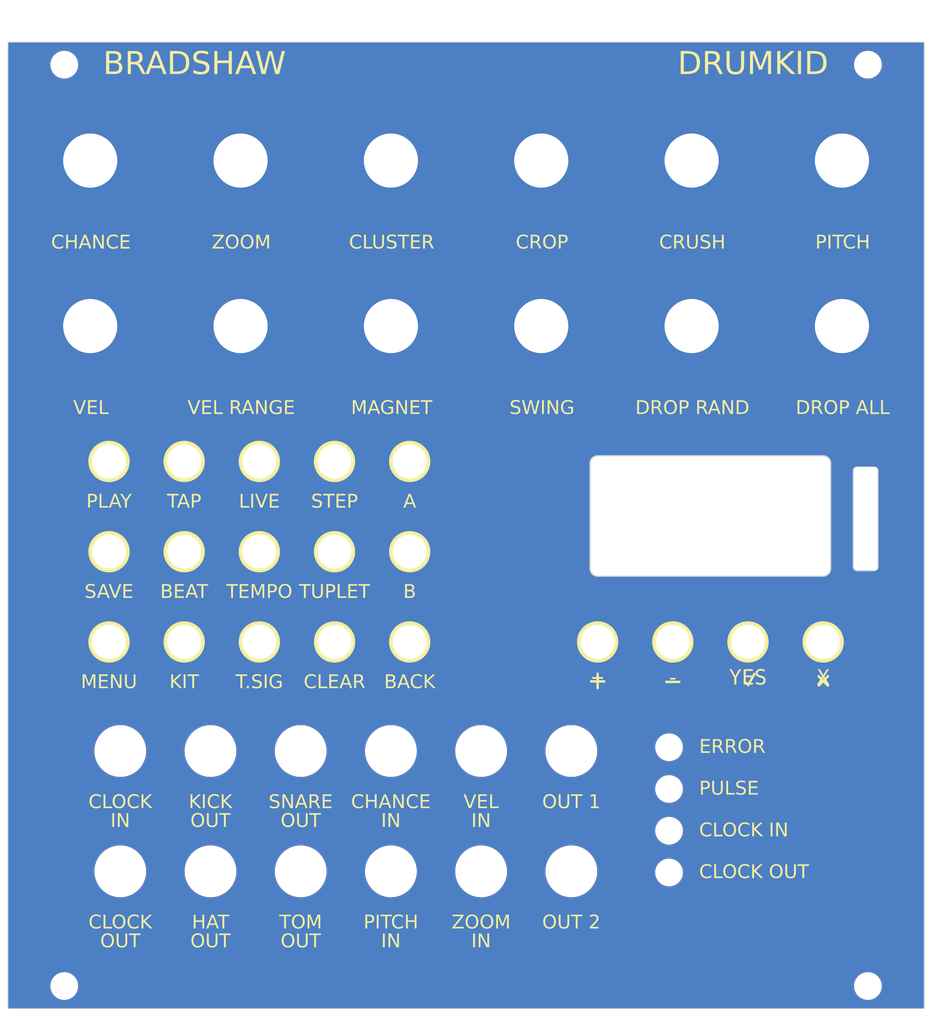
<source format=kicad_pcb>
(kicad_pcb (version 20241229) (generator "pcbnew") (generator_version "9.0")
  (layers (0 "F.Cu" signal) (2 "B.Cu" signal) (13 "F.Paste" user) (15 "B.Paste" user) (5 "F.SilkS" user "F.Silkscreen") (7 "B.SilkS" user "B.Silkscreen") (1 "F.Mask" user) (3 "B.Mask" user) (25 "Edge.Cuts" user))
  (net 0 "")
  (footprint "Panel:Button_Hole" (layer "F.Cu") (at 157.5 109.5)
    (property "Reference" "H37")
    (property "Value" "-")
    (fp_circle (center 0 0) (end 2.5 0) (stroke (width 0.5)) (fill no) (layer "F.SilkS"))
    (fp_text user "${VALUE}" (at 0 6 0) (layer "F.SilkS") (effects (font (size 2 2)) (justify bottom)))
    (pad "" np_thru_hole circle (at 0 0) (size 3.2 3.2) (drill 3.2) (layers "*.Cu" "*.Mask"))
  )
  (footprint "Panel:MountingHole_3.2mm_M3" (layer "F.Cu") (at 183.45 155.25)
    (property "Reference" "H4")
    (property "Value" "RAIL")
    (pad "" np_thru_hole circle (at 0 0) (size 3.2 3.2) (drill 3.2) (layers "*.Cu" "*.Mask"))
  )
  (footprint "Panel:Output_Jack_Hole" (layer "F.Cu") (at 144 124)
    (property "Reference" "H14")
    (property "Value" "OUT 1")
    (fp_text user "${VALUE}" (at 0 7.9 0) (layer "F.SilkS") (effects (font (size 1.8 1.8)) (justify bottom)))
    (pad "" np_thru_hole circle (at 0 0) (size 6.4 6.4) (drill 6.4) (layers "*.Cu" "*.Mask"))
  )
  (footprint "Panel:Button_Hole" (layer "F.Cu") (at 122.5 109.5)
    (property "Reference" "H35")
    (property "Value" "BACK")
    (fp_circle (center 0 0) (end 2.5 0) (stroke (width 0.5)) (fill no) (layer "F.SilkS"))
    (fp_text user "${VALUE}" (at 0 6.45 0) (layer "F.SilkS") (effects (font (size 1.8 1.8)) (justify bottom)))
    (pad "" np_thru_hole circle (at 0 0) (size 3.2 3.2) (drill 3.2) (layers "*.Cu" "*.Mask"))
  )
  (footprint "Panel:Pot_Hole" (layer "F.Cu") (at 180 45.5)
    (property "Reference" "H45")
    (property "Value" "PITCH")
    (fp_text user "${VALUE}" (at 0.1 12 0) (layer "F.SilkS") (effects (font (size 1.8 1.8)) (justify bottom)))
    (pad "" np_thru_hole circle (at 0 0) (size 7.2 7.2) (drill 7.2) (layers "*.Cu" "*.Mask"))
  )
  (footprint "Panel:Pot_Hole" (layer "F.Cu") (at 100 45.5)
    (property "Reference" "H41")
    (property "Value" "ZOOM")
    (fp_text user "${VALUE}" (at 0.1 12 0) (layer "F.SilkS") (effects (font (size 1.8 1.8)) (justify bottom)))
    (pad "" np_thru_hole circle (at 0 0) (size 7.2 7.2) (drill 7.2) (layers "*.Cu" "*.Mask"))
  )
  (footprint "Panel:Input_Jack_Hole" (layer "F.Cu") (at 120 124)
    (property "Reference" "H12")
    (property "Value" "CHANCE")
    (fp_text user "${VALUE}" (at 0 7.9 0) (layer "F.SilkS") (effects (font (size 1.8 1.8)) (justify bottom)))
    (fp_text user "IN" (at 0 10.4 0) (layer "F.SilkS") (effects (font (size 1.8 1.8)) (justify bottom)))
    (pad "" np_thru_hole circle (at 0 0) (size 6.4 6.4) (drill 6.4) (layers "*.Cu" "*.Mask"))
  )
  (footprint "Panel:Output_Jack_Hole" (layer "F.Cu") (at 144 140)
    (property "Reference" "H20")
    (property "Value" "OUT 2")
    (fp_text user "${VALUE}" (at 0 7.9 0) (layer "F.SilkS") (effects (font (size 1.8 1.8)) (justify bottom)))
    (pad "" np_thru_hole circle (at 0 0) (size 6.4 6.4) (drill 6.4) (layers "*.Cu" "*.Mask"))
  )
  (footprint "Panel:Output_Jack_Hole" (layer "F.Cu") (at 96 140)
    (property "Reference" "H16")
    (property "Value" "HAT")
    (fp_text user "OUT" (at 0 10.4 0) (layer "F.SilkS") (effects (font (size 1.8 1.8)) (justify bottom)))
    (fp_text user "${VALUE}" (at 0 7.9 0) (layer "F.SilkS") (effects (font (size 1.8 1.8)) (justify bottom)))
    (pad "" np_thru_hole circle (at 0 0) (size 6.4 6.4) (drill 6.4) (layers "*.Cu" "*.Mask"))
  )
  (footprint "Panel:Button_Hole" (layer "F.Cu") (at 102.5 85.5)
    (property "Reference" "H23")
    (property "Value" "LIVE")
    (fp_circle (center 0 0) (end 2.5 0) (stroke (width 0.5)) (fill no) (layer "F.SilkS"))
    (fp_text user "${VALUE}" (at 0 6.45 0) (layer "F.SilkS") (effects (font (size 1.8 1.8)) (justify bottom)))
    (pad "" np_thru_hole circle (at 0 0) (size 3.2 3.2) (drill 3.2) (layers "*.Cu" "*.Mask"))
  )
  (footprint "Panel:Input_Jack_Hole" (layer "F.Cu") (at 120 140)
    (property "Reference" "H18")
    (property "Value" "PITCH")
    (fp_text user "IN" (at 0 10.4 0) (layer "F.SilkS") (effects (font (size 1.8 1.8)) (justify bottom)))
    (fp_text user "${VALUE}" (at 0 7.9 0) (layer "F.SilkS") (effects (font (size 1.8 1.8)) (justify bottom)))
    (pad "" np_thru_hole circle (at 0 0) (size 6.4 6.4) (drill 6.4) (layers "*.Cu" "*.Mask"))
  )
  (footprint "Panel:Pot_Hole" (layer "F.Cu") (at 120 45.5)
    (property "Reference" "H42")
    (property "Value" "CLUSTER")
    (fp_text user "${VALUE}" (at 0.1 12 0) (layer "F.SilkS") (effects (font (size 1.8 1.8)) (justify bottom)))
    (pad "" np_thru_hole circle (at 0 0) (size 7.2 7.2) (drill 7.2) (layers "*.Cu" "*.Mask"))
  )
  (footprint "Panel:LED_Hole" (layer "F.Cu") (at 157 134.6)
    (property "Reference" "H54")
    (property "Value" "CLOCK IN")
    (fp_text user "${VALUE}" (at 4 0 0) (layer "F.SilkS") (effects (font (size 1.8 1.8)) (justify left)))
    (pad "" np_thru_hole circle (at 0 0) (size 3.2 3.2) (drill 3.2) (layers "*.Cu" "*.Mask"))
  )
  (footprint "Panel:LED_Hole" (layer "F.Cu") (at 157 123.5)
    (property "Reference" "H52")
    (property "Value" "ERROR")
    (fp_text user "${VALUE}" (at 4 0 0) (layer "F.SilkS") (effects (font (size 1.8 1.8)) (justify left)))
    (pad "" np_thru_hole circle (at 0 0) (size 3.2 3.2) (drill 3.2) (layers "*.Cu" "*.Mask"))
  )
  (footprint "Panel:Input_Jack_Hole" (layer "F.Cu") (at 84 124)
    (property "Reference" "H9")
    (property "Value" "CLOCK")
    (fp_text user "IN" (at 0 10.4 0) (layer "F.SilkS") (effects (font (size 1.8 1.8)) (justify bottom)))
    (fp_text user "${VALUE}" (at 0 7.9 0) (layer "F.SilkS") (effects (font (size 1.8 1.8)) (justify bottom)))
    (pad "" np_thru_hole circle (at 0 0) (size 6.4 6.4) (drill 6.4) (layers "*.Cu" "*.Mask"))
  )
  (footprint "Panel:Button_Hole" (layer "F.Cu") (at 177.5 109.5)
    (property "Reference" "H39")
    (property "Value" "X")
    (fp_circle (center 0 0) (end 2.5 0) (stroke (width 0.5)) (fill no) (layer "F.SilkS"))
    (fp_text user "${VALUE}" (at 0 6 0) (layer "F.SilkS") (effects (font (size 2 2)) (justify bottom)))
    (pad "" np_thru_hole circle (at 0 0) (size 3.2 3.2) (drill 3.2) (layers "*.Cu" "*.Mask"))
  )
  (footprint "Panel:Output_Jack_Hole" (layer "F.Cu") (at 108 140)
    (property "Reference" "H17")
    (property "Value" "TOM")
    (fp_text user "${VALUE}" (at 0 7.9 0) (layer "F.SilkS") (effects (font (size 1.8 1.8)) (justify bottom)))
    (fp_text user "OUT" (at 0 10.4 0) (layer "F.SilkS") (effects (font (size 1.8 1.8)) (justify bottom)))
    (pad "" np_thru_hole circle (at 0 0) (size 6.4 6.4) (drill 6.4) (layers "*.Cu" "*.Mask"))
  )
  (footprint "Panel:Pot_Hole" (layer "F.Cu") (at 80 67.5)
    (property "Reference" "H46")
    (property "Value" "VEL")
    (fp_text user "${VALUE}" (at 0.1 12 0) (layer "F.SilkS") (effects (font (size 1.8 1.8)) (justify bottom)))
    (pad "" np_thru_hole circle (at 0 0) (size 7.2 7.2) (drill 7.2) (layers "*.Cu" "*.Mask"))
  )
  (footprint "Panel:Pot_Hole" (layer "F.Cu") (at 100 67.5)
    (property "Reference" "H47")
    (property "Value" "VEL RANGE")
    (fp_text user "${VALUE}" (at 0.1 12 0) (layer "F.SilkS") (effects (font (size 1.8 1.8)) (justify bottom)))
    (pad "" np_thru_hole circle (at 0 0) (size 7.2 7.2) (drill 7.2) (layers "*.Cu" "*.Mask"))
  )
  (footprint "Panel:MountingHole_3.2mm_M3" (layer "F.Cu") (at 76.55 155.25)
    (property "Reference" "H3")
    (property "Value" "RAIL")
    (pad "" np_thru_hole circle (at 0 0) (size 3.2 3.2) (drill 3.2) (layers "*.Cu" "*.Mask"))
  )
  (footprint "Panel:Output_Jack_Hole" (layer "F.Cu") (at 108 124)
    (property "Reference" "H11")
    (property "Value" "SNARE")
    (fp_text user "${VALUE}" (at 0 7.9 0) (layer "F.SilkS") (effects (font (size 1.8 1.8)) (justify bottom)))
    (fp_text user "OUT" (at 0 10.4 0) (layer "F.SilkS") (effects (font (size 1.8 1.8)) (justify bottom)))
    (pad "" np_thru_hole circle (at 0 0) (size 6.4 6.4) (drill 6.4) (layers "*.Cu" "*.Mask"))
  )
  (footprint "Panel:Button_Hole" (layer "F.Cu") (at 167.5 109.5)
    (property "Reference" "H38")
    (property "Value" "YES")
    (fp_circle (center 0 0) (end 2.5 0) (stroke (width 0.5)) (fill no) (layer "F.SilkS"))
    (fp_text user "${VALUE}" (at 0 6 0) (layer "F.SilkS") (effects (font (size 2 2)) (justify bottom)))
    (pad "" np_thru_hole circle (at 0 0) (size 3.2 3.2) (drill 3.2) (layers "*.Cu" "*.Mask"))
  )
  (footprint "Panel:Button_Hole" (layer "F.Cu") (at 102.5 109.5)
    (property "Reference" "H33")
    (property "Value" "T.SIG")
    (fp_circle (center 0 0) (end 2.5 0) (stroke (width 0.5)) (fill no) (layer "F.SilkS"))
    (fp_text user "${VALUE}" (at 0 6.45 0) (layer "F.SilkS") (effects (font (size 1.8 1.8)) (justify bottom)))
    (pad "" np_thru_hole circle (at 0 0) (size 3.2 3.2) (drill 3.2) (layers "*.Cu" "*.Mask"))
  )
  (footprint "Panel:Input_Jack_Hole" (layer "F.Cu") (at 132 140)
    (property "Reference" "H19")
    (property "Value" "ZOOM")
    (fp_text user "IN" (at 0 10.4 0) (layer "F.SilkS") (effects (font (size 1.8 1.8)) (justify bottom)))
    (fp_text user "${VALUE}" (at 0 7.9 0) (layer "F.SilkS") (effects (font (size 1.8 1.8)) (justify bottom)))
    (pad "" np_thru_hole circle (at 0 0) (size 6.4 6.4) (drill 6.4) (layers "*.Cu" "*.Mask"))
  )
  (footprint "Panel:Button_Hole" (layer "F.Cu") (at 82.5 109.5)
    (property "Reference" "H31")
    (property "Value" "MENU")
    (fp_circle (center 0 0) (end 2.5 0) (stroke (width 0.5)) (fill no) (layer "F.SilkS"))
    (fp_text user "${VALUE}" (at 0 6.45 0) (layer "F.SilkS") (effects (font (size 1.8 1.8)) (justify bottom)))
    (pad "" np_thru_hole circle (at 0 0) (size 3.2 3.2) (drill 3.2) (layers "*.Cu" "*.Mask"))
  )
  (footprint "Panel:Output_Jack_Hole" (layer "F.Cu") (at 84 140)
    (property "Reference" "H15")
    (property "Value" "CLOCK")
    (fp_text user "OUT" (at 0 10.4 0) (layer "F.SilkS") (effects (font (size 1.8 1.8)) (justify bottom)))
    (fp_text user "${VALUE}" (at 0 7.9 0) (layer "F.SilkS") (effects (font (size 1.8 1.8)) (justify bottom)))
    (pad "" np_thru_hole circle (at 0 0) (size 6.4 6.4) (drill 6.4) (layers "*.Cu" "*.Mask"))
  )
  (footprint "Panel:Button_Hole" (layer "F.Cu") (at 112.5 85.5)
    (property "Reference" "H24")
    (property "Value" "STEP")
    (fp_circle (center 0 0) (end 2.5 0) (stroke (width 0.5)) (fill no) (layer "F.SilkS"))
    (fp_text user "${VALUE}" (at 0 6.45 0) (layer "F.SilkS") (effects (font (size 1.8 1.8)) (justify bottom)))
    (pad "" np_thru_hole circle (at 0 0) (size 3.2 3.2) (drill 3.2) (layers "*.Cu" "*.Mask"))
  )
  (footprint "Panel:Pot_Hole" (layer "F.Cu") (at 120 67.5)
    (property "Reference" "H48")
    (property "Value" "MAGNET")
    (fp_text user "${VALUE}" (at 0.1 12 0) (layer "F.SilkS") (effects (font (size 1.8 1.8)) (justify bottom)))
    (pad "" np_thru_hole circle (at 0 0) (size 7.2 7.2) (drill 7.2) (layers "*.Cu" "*.Mask"))
  )
  (footprint "Panel:Pot_Hole" (layer "F.Cu") (at 80 45.5)
    (property "Reference" "H40")
    (property "Value" "CHANCE")
    (fp_text user "${VALUE}" (at 0.1 12 0) (layer "F.SilkS") (effects (font (size 1.8 1.8)) (justify bottom)))
    (pad "" np_thru_hole circle (at 0 0) (size 7.2 7.2) (drill 7.2) (layers "*.Cu" "*.Mask"))
  )
  (footprint "Panel:Button_Hole" (layer "F.Cu") (at 112.5 109.5)
    (property "Reference" "H34")
    (property "Value" "CLEAR")
    (fp_circle (center 0 0) (end 2.5 0) (stroke (width 0.5)) (fill no) (layer "F.SilkS"))
    (fp_text user "${VALUE}" (at 0 6.45 0) (layer "F.SilkS") (effects (font (size 1.8 1.8)) (justify bottom)))
    (pad "" np_thru_hole circle (at 0 0) (size 3.2 3.2) (drill 3.2) (layers "*.Cu" "*.Mask"))
  )
  (footprint "Panel:Button_Hole" (layer "F.Cu") (at 102.5 97.5)
    (property "Reference" "H28")
    (property "Value" "TEMPO")
    (fp_circle (center 0 0) (end 2.5 0) (stroke (width 0.5)) (fill no) (layer "F.SilkS"))
    (fp_text user "${VALUE}" (at 0 6.45 0) (layer "F.SilkS") (effects (font (size 1.8 1.8)) (justify bottom)))
    (pad "" np_thru_hole circle (at 0 0) (size 3.2 3.2) (drill 3.2) (layers "*.Cu" "*.Mask"))
  )
  (footprint "Panel:MountingHole_3.2mm_M3" (layer "F.Cu") (at 183.45 32.75)
    (property "Reference" "H2")
    (property "Value" "RAIL")
    (pad "" np_thru_hole circle (at 0 0) (size 3.2 3.2) (drill 3.2) (layers "*.Cu" "*.Mask"))
  )
  (footprint "Panel:Pot_Hole" (layer "F.Cu") (at 180 67.5)
    (property "Reference" "H51")
    (property "Value" "DROP ALL")
    (fp_text user "${VALUE}" (at 0.1 12 0) (layer "F.SilkS") (effects (font (size 1.8 1.8)) (justify bottom)))
    (pad "" np_thru_hole circle (at 0 0) (size 7.2 7.2) (drill 7.2) (layers "*.Cu" "*.Mask"))
  )
  (footprint "Panel:Button_Hole" (layer "F.Cu") (at 92.5 97.5)
    (property "Reference" "H27")
    (property "Value" "BEAT")
    (fp_circle (center 0 0) (end 2.5 0) (stroke (width 0.5)) (fill no) (layer "F.SilkS"))
    (fp_text user "${VALUE}" (at 0 6.45 0) (layer "F.SilkS") (effects (font (size 1.8 1.8)) (justify bottom)))
    (pad "" np_thru_hole circle (at 0 0) (size 3.2 3.2) (drill 3.2) (layers "*.Cu" "*.Mask"))
  )
  (footprint "Panel:Pot_Hole" (layer "F.Cu") (at 140 45.5)
    (property "Reference" "H43")
    (property "Value" "CROP")
    (fp_text user "${VALUE}" (at 0.1 12 0) (layer "F.SilkS") (effects (font (size 1.8 1.8)) (justify bottom)))
    (pad "" np_thru_hole circle (at 0 0) (size 7.2 7.2) (drill 7.2) (layers "*.Cu" "*.Mask"))
  )
  (footprint "Panel:Pot_Hole" (layer "F.Cu") (at 160 67.5)
    (property "Reference" "H50")
    (property "Value" "DROP RAND")
    (fp_text user "${VALUE}" (at 0.1 12 0) (layer "F.SilkS") (effects (font (size 1.8 1.8)) (justify bottom)))
    (pad "" np_thru_hole circle (at 0 0) (size 7.2 7.2) (drill 7.2) (layers "*.Cu" "*.Mask"))
  )
  (footprint "Panel:Button_Hole" (layer "F.Cu") (at 122.5 85.5)
    (property "Reference" "H25")
    (property "Value" "A")
    (fp_circle (center 0 0) (end 2.5 0) (stroke (width 0.5)) (fill no) (layer "F.SilkS"))
    (fp_text user "${VALUE}" (at 0 6.45 0) (layer "F.SilkS") (effects (font (size 1.8 1.8)) (justify bottom)))
    (pad "" np_thru_hole circle (at 0 0) (size 3.2 3.2) (drill 3.2) (layers "*.Cu" "*.Mask"))
  )
  (footprint "Panel:LED_Hole" (layer "F.Cu") (at 157 129.05)
    (property "Reference" "H53")
    (property "Value" "PULSE")
    (fp_text user "${VALUE}" (at 4 0 0) (layer "F.SilkS") (effects (font (size 1.8 1.8)) (justify left)))
    (pad "" np_thru_hole circle (at 0 0) (size 3.2 3.2) (drill 3.2) (layers "*.Cu" "*.Mask"))
  )
  (footprint "Panel:Output_Jack_Hole" (layer "F.Cu") (at 96 124)
    (property "Reference" "H10")
    (property "Value" "KICK")
    (fp_text user "${VALUE}" (at 0 7.9 0) (layer "F.SilkS") (effects (font (size 1.8 1.8)) (justify bottom)))
    (fp_text user "OUT" (at 0 10.4 0) (layer "F.SilkS") (effects (font (size 1.8 1.8)) (justify bottom)))
    (pad "" np_thru_hole circle (at 0 0) (size 6.4 6.4) (drill 6.4) (layers "*.Cu" "*.Mask"))
  )
  (footprint "Panel:Button_Hole" (layer "F.Cu") (at 92.5 109.5)
    (property "Reference" "H32")
    (property "Value" "KIT")
    (fp_circle (center 0 0) (end 2.5 0) (stroke (width 0.5)) (fill no) (layer "F.SilkS"))
    (fp_text user "${VALUE}" (at 0 6.45 0) (layer "F.SilkS") (effects (font (size 1.8 1.8)) (justify bottom)))
    (pad "" np_thru_hole circle (at 0 0) (size 3.2 3.2) (drill 3.2) (layers "*.Cu" "*.Mask"))
  )
  (footprint "Panel:Button_Hole" (layer "F.Cu") (at 82.5 97.5)
    (property "Reference" "H26")
    (property "Value" "SAVE")
    (fp_circle (center 0 0) (end 2.5 0) (stroke (width 0.5)) (fill no) (layer "F.SilkS"))
    (fp_text user "${VALUE}" (at 0 6.45 0) (layer "F.SilkS") (effects (font (size 1.8 1.8)) (justify bottom)))
    (pad "" np_thru_hole circle (at 0 0) (size 3.2 3.2) (drill 3.2) (layers "*.Cu" "*.Mask"))
  )
  (footprint "Panel:Input_Jack_Hole" (layer "F.Cu") (at 132 124)
    (property "Reference" "H13")
    (property "Value" "VEL")
    (fp_text user "IN" (at 0 10.4 0) (layer "F.SilkS") (effects (font (size 1.8 1.8)) (justify bottom)))
    (fp_text user "${VALUE}" (at 0 7.9 0) (layer "F.SilkS") (effects (font (size 1.8 1.8)) (justify bottom)))
    (pad "" np_thru_hole circle (at 0 0) (size 6.4 6.4) (drill 6.4) (layers "*.Cu" "*.Mask"))
  )
  (footprint "Panel:Button_Hole" (layer "F.Cu") (at 82.5 85.5)
    (property "Reference" "H21")
    (property "Value" "PLAY")
    (fp_circle (center 0 0) (end 2.5 0) (stroke (width 0.5)) (fill no) (layer "F.SilkS"))
    (fp_text user "${VALUE}" (at 0 6.45 0) (layer "F.SilkS") (effects (font (size 1.8 1.8)) (justify bottom)))
    (pad "" np_thru_hole circle (at 0 0) (size 3.2 3.2) (drill 3.2) (layers "*.Cu" "*.Mask"))
  )
  (footprint "Panel:Button_Hole" (layer "F.Cu") (at 122.5 97.5)
    (property "Reference" "H30")
    (property "Value" "B")
    (fp_circle (center 0 0) (end 2.5 0) (stroke (width 0.5)) (fill no) (layer "F.SilkS"))
    (fp_text user "${VALUE}" (at 0 6.45 0) (layer "F.SilkS") (effects (font (size 1.8 1.8)) (justify bottom)))
    (pad "" np_thru_hole circle (at 0 0) (size 3.2 3.2) (drill 3.2) (layers "*.Cu" "*.Mask"))
  )
  (footprint "Panel:MountingHole_3.2mm_M3" (layer "F.Cu") (at 76.55 32.75)
    (property "Reference" "H1")
    (property "Value" "RAIL")
    (pad "" np_thru_hole circle (at 0 0) (size 3.2 3.2) (drill 3.2) (layers "*.Cu" "*.Mask"))
  )
  (footprint "Panel:Button_Hole" (layer "F.Cu") (at 92.5 85.5)
    (property "Reference" "H22")
    (property "Value" "TAP")
    (fp_circle (center 0 0) (end 2.5 0) (stroke (width 0.5)) (fill no) (layer "F.SilkS"))
    (fp_text user "${VALUE}" (at 0 6.45 0) (layer "F.SilkS") (effects (font (size 1.8 1.8)) (justify bottom)))
    (pad "" np_thru_hole circle (at 0 0) (size 3.2 3.2) (drill 3.2) (layers "*.Cu" "*.Mask"))
  )
  (footprint "Panel:LED_Hole" (layer "F.Cu") (at 157 140.15)
    (property "Reference" "H55")
    (property "Value" "CLOCK OUT")
    (fp_text user "${VALUE}" (at 4 0 0) (layer "F.SilkS") (effects (font (size 1.8 1.8)) (justify left)))
    (pad "" np_thru_hole circle (at 0 0) (size 3.2 3.2) (drill 3.2) (layers "*.Cu" "*.Mask"))
  )
  (footprint "Panel:Button_Hole" (layer "F.Cu") (at 147.5 109.5)
    (property "Reference" "H36")
    (property "Value" "+")
    (fp_circle (center 0 0) (end 2.5 0) (stroke (width 0.5)) (fill no) (layer "F.SilkS"))
    (fp_text user "${VALUE}" (at 0 6 0) (layer "F.SilkS") (effects (font (size 2 2)) (justify bottom)))
    (pad "" np_thru_hole circle (at 0 0) (size 3.2 3.2) (drill 3.2) (layers "*.Cu" "*.Mask"))
  )
  (footprint "Panel:Pot_Hole" (layer "F.Cu") (at 140 67.5)
    (property "Reference" "H49")
    (property "Value" "SWING")
    (fp_text user "${VALUE}" (at 0.1 12 0) (layer "F.SilkS") (effects (font (size 1.8 1.8)) (justify bottom)))
    (pad "" np_thru_hole circle (at 0 0) (size 7.2 7.2) (drill 7.2) (layers "*.Cu" "*.Mask"))
  )
  (footprint "Panel:Pot_Hole" (layer "F.Cu") (at 160 45.5)
    (property "Reference" "H44")
    (property "Value" "CRUSH")
    (fp_text user "${VALUE}" (at 0.1 12 0) (layer "F.SilkS") (effects (font (size 1.8 1.8)) (justify bottom)))
    (pad "" np_thru_hole circle (at 0 0) (size 7.2 7.2) (drill 7.2) (layers "*.Cu" "*.Mask"))
  )
  (footprint "Panel:Button_Hole" (layer "F.Cu") (at 112.5 97.5)
    (property "Reference" "H29")
    (property "Value" "TUPLET")
    (fp_circle (center 0 0) (end 2.5 0) (stroke (width 0.5)) (fill no) (layer "F.SilkS"))
    (fp_text user "${VALUE}" (at 0 6.45 0) (layer "F.SilkS") (effects (font (size 1.8 1.8)) (justify bottom)))
    (pad "" np_thru_hole circle (at 0 0) (size 3.2 3.2) (drill 3.2) (layers "*.Cu" "*.Mask"))
  )
  (gr_rect (start 156.5 114.65) (end 158.5 114.97) (fill yes) (layer "F.SilkS"))
  (gr_poly (pts (xy 167.571126 115.443359) (xy 166.899074 114.883357) (xy 167.059076 114.60623) (xy 167.731125 115.166232)) (fill yes) (layer "F.SilkS"))
  (gr_poly (pts (xy 176.937147 115.495428) (xy 176.710873 115.269154) (xy 178.125088 113.85494) (xy 178.35136 114.081214)) (fill yes) (layer "F.SilkS"))
  (gr_rect (start 146.51 114.59) (end 148.51 114.91) (fill yes) (layer "F.SilkS"))
  (gr_poly (pts (xy 167.34 115.25) (xy 168.295841 113.547397) (xy 168.56 113.73) (xy 167.572967 115.439447)) (fill yes) (layer "F.SilkS"))
  (gr_rect (start 147.34 113.77) (end 147.66 115.77) (fill yes) (layer "F.SilkS"))
  (gr_poly (pts (xy 178.103873 115.5025) (xy 176.68966 114.088286) (xy 176.915935 113.862012) (xy 178.330149 115.276226)) (fill yes) (layer "F.SilkS"))
  (gr_line (start 146.5 99.749998) (end 146.5 85.749998) (stroke (width 0.15)) (layer "Edge.Cuts"))
  (gr_arc (start 184.8 99.53) (mid 184.653553 99.883553) (end 184.3 100.03) (stroke (width 0.1)) (layer "Edge.Cuts"))
  (gr_arc (start 181.5 86.73) (mid 181.646447 86.376447) (end 182 86.23) (stroke (width 0.1)) (layer "Edge.Cuts"))
  (gr_line (start 177.5 100.749998) (end 147.5 100.749998) (stroke (width 0.15)) (layer "Edge.Cuts"))
  (gr_line (start 184.8 86.73) (end 184.8 99.53) (stroke (width 0.1)) (layer "Edge.Cuts"))
  (gr_arc (start 147.5 100.749998) (mid 146.792894 100.457105) (end 146.5 99.749998) (stroke (width 0.15)) (layer "Edge.Cuts"))
  (gr_line (start 182 86.23) (end 184.3 86.23) (stroke (width 0.1)) (layer "Edge.Cuts"))
  (gr_line (start 178.5 85.749998) (end 178.5 99.749998) (stroke (width 0.15)) (layer "Edge.Cuts"))
  (gr_arc (start 178.5 99.749998) (mid 178.207107 100.457106) (end 177.5 100.749998) (stroke (width 0.15)) (layer "Edge.Cuts"))
  (gr_arc (start 177.5 84.749998) (mid 178.207107 85.042891) (end 178.5 85.749998) (stroke (width 0.15)) (layer "Edge.Cuts"))
  (gr_line (start 147.5 84.749998) (end 177.5 84.749998) (stroke (width 0.15)) (layer "Edge.Cuts"))
  (gr_arc (start 184.3 86.23) (mid 184.653553 86.376447) (end 184.8 86.73) (stroke (width 0.1)) (layer "Edge.Cuts"))
  (gr_line (start 181.5 99.53) (end 181.5 86.73) (stroke (width 0.1)) (layer "Edge.Cuts"))
  (gr_line (start 184.3 100.03) (end 182 100.03) (stroke (width 0.1)) (layer "Edge.Cuts"))
  (gr_arc (start 146.5 85.749998) (mid 146.792894 85.042893) (end 147.5 84.749998) (stroke (width 0.15)) (layer "Edge.Cuts"))
  (gr_rect (start 69.05 29.75) (end 190.95 158.25) (stroke (width 0.1)) (fill no) (layer "Edge.Cuts"))
  (gr_arc (start 182 100.03) (mid 181.646447 99.883553) (end 181.5 99.53) (stroke (width 0.1)) (layer "Edge.Cuts"))
  (gr_text "DRUMKID" (at 178.2 32.75 0) (layer "F.SilkS") (effects (font (size 3 3) (thickness 0.1875)) (justify right)))
  (gr_text "BRADSHAW" (at 81.7 32.75 0) (layer "F.SilkS") (effects (font (size 3 3) (thickness 0.1875)) (justify left)))
  (zone (net 0) (net_name "") (layers "F.Cu" "B.Cu") (connect_pads (clearance 0.5)) (min_thickness 0.25) (fill yes (thermal_gap 0.5) (thermal_bridge_width 0.5) (island_removal_mode 1) (island_area_min 10))
    (polygon (pts (xy 192 29) (xy 192 159) (xy 68 159) (xy 68 29)))
  )
)
</source>
